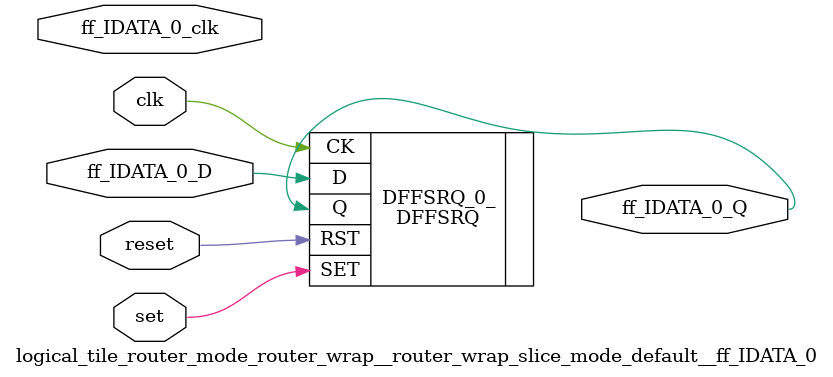
<source format=v>
`default_nettype none

module logical_tile_router_mode_router_wrap__router_wrap_slice_mode_default__ff_IDATA_0(set,
                                                                                        reset,
                                                                                        clk,
                                                                                        ff_IDATA_0_D,
                                                                                        ff_IDATA_0_Q,
                                                                                        ff_IDATA_0_clk);
//----- GLOBAL PORTS -----
input [0:0] set;
//----- GLOBAL PORTS -----
input [0:0] reset;
//----- GLOBAL PORTS -----
input [0:0] clk;
//----- INPUT PORTS -----
input [0:0] ff_IDATA_0_D;
//----- OUTPUT PORTS -----
output [0:0] ff_IDATA_0_Q;
//----- CLOCK PORTS -----
input [0:0] ff_IDATA_0_clk;

//----- BEGIN wire-connection ports -----
wire [0:0] ff_IDATA_0_D;
wire [0:0] ff_IDATA_0_Q;
wire [0:0] ff_IDATA_0_clk;
//----- END wire-connection ports -----


//----- BEGIN Registered ports -----
//----- END Registered ports -----



// ----- BEGIN Local short connections -----
// ----- END Local short connections -----
// ----- BEGIN Local output short connections -----
// ----- END Local output short connections -----

	DFFSRQ DFFSRQ_0_ (
		.SET(set),
		.RST(reset),
		.CK(clk),
		.D(ff_IDATA_0_D),
		.Q(ff_IDATA_0_Q));

endmodule
// ----- END Verilog module for logical_tile_router_mode_router_wrap__router_wrap_slice_mode_default__ff_IDATA_0 -----

//----- Default net type -----
`default_nettype wire




</source>
